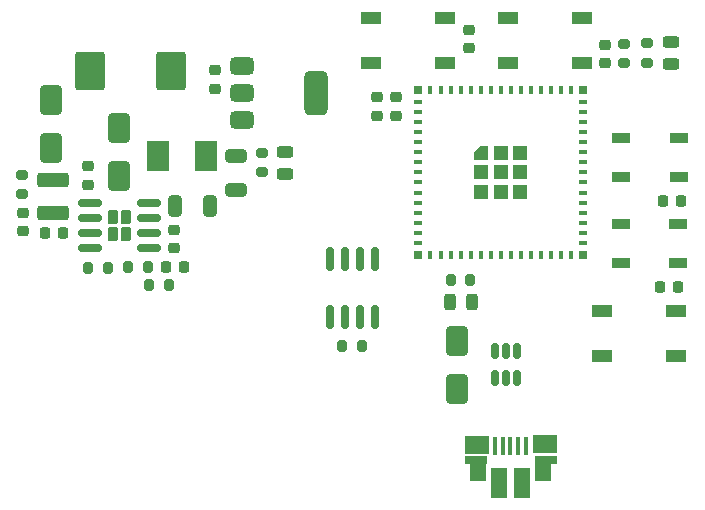
<source format=gbr>
%TF.GenerationSoftware,KiCad,Pcbnew,8.0.5*%
%TF.CreationDate,2024-12-11T15:25:16-08:00*%
%TF.ProjectId,ESP32-Proto,45535033-322d-4507-926f-746f2e6b6963,rev?*%
%TF.SameCoordinates,Original*%
%TF.FileFunction,Paste,Top*%
%TF.FilePolarity,Positive*%
%FSLAX46Y46*%
G04 Gerber Fmt 4.6, Leading zero omitted, Abs format (unit mm)*
G04 Created by KiCad (PCBNEW 8.0.5) date 2024-12-11 15:25:16*
%MOMM*%
%LPD*%
G01*
G04 APERTURE LIST*
G04 Aperture macros list*
%AMRoundRect*
0 Rectangle with rounded corners*
0 $1 Rounding radius*
0 $2 $3 $4 $5 $6 $7 $8 $9 X,Y pos of 4 corners*
0 Add a 4 corners polygon primitive as box body*
4,1,4,$2,$3,$4,$5,$6,$7,$8,$9,$2,$3,0*
0 Add four circle primitives for the rounded corners*
1,1,$1+$1,$2,$3*
1,1,$1+$1,$4,$5*
1,1,$1+$1,$6,$7*
1,1,$1+$1,$8,$9*
0 Add four rect primitives between the rounded corners*
20,1,$1+$1,$2,$3,$4,$5,0*
20,1,$1+$1,$4,$5,$6,$7,0*
20,1,$1+$1,$6,$7,$8,$9,0*
20,1,$1+$1,$8,$9,$2,$3,0*%
%AMFreePoly0*
4,1,6,0.600000,-0.600000,-0.600000,-0.600000,-0.600000,0.000000,0.000000,0.600000,0.600000,0.600000,0.600000,-0.600000,0.600000,-0.600000,$1*%
G04 Aperture macros list end*
%ADD10RoundRect,0.250000X0.325000X0.650000X-0.325000X0.650000X-0.325000X-0.650000X0.325000X-0.650000X0*%
%ADD11RoundRect,0.200000X-0.200000X-0.275000X0.200000X-0.275000X0.200000X0.275000X-0.200000X0.275000X0*%
%ADD12RoundRect,0.243750X-0.243750X-0.456250X0.243750X-0.456250X0.243750X0.456250X-0.243750X0.456250X0*%
%ADD13RoundRect,0.200000X-0.275000X0.200000X-0.275000X-0.200000X0.275000X-0.200000X0.275000X0.200000X0*%
%ADD14RoundRect,0.243750X-0.456250X0.243750X-0.456250X-0.243750X0.456250X-0.243750X0.456250X0.243750X0*%
%ADD15RoundRect,0.375000X-0.625000X-0.375000X0.625000X-0.375000X0.625000X0.375000X-0.625000X0.375000X0*%
%ADD16RoundRect,0.500000X-0.500000X-1.400000X0.500000X-1.400000X0.500000X1.400000X-0.500000X1.400000X0*%
%ADD17R,1.700000X1.000000*%
%ADD18RoundRect,0.250000X-0.650000X1.000000X-0.650000X-1.000000X0.650000X-1.000000X0.650000X1.000000X0*%
%ADD19R,1.900000X2.500000*%
%ADD20RoundRect,0.225000X0.250000X-0.225000X0.250000X0.225000X-0.250000X0.225000X-0.250000X-0.225000X0*%
%ADD21RoundRect,0.200000X0.275000X-0.200000X0.275000X0.200000X-0.275000X0.200000X-0.275000X-0.200000X0*%
%ADD22R,1.500000X0.900000*%
%ADD23RoundRect,0.225000X-0.250000X0.225000X-0.250000X-0.225000X0.250000X-0.225000X0.250000X0.225000X0*%
%ADD24RoundRect,0.200000X0.200000X0.275000X-0.200000X0.275000X-0.200000X-0.275000X0.200000X-0.275000X0*%
%ADD25R,0.400000X1.650000*%
%ADD26R,1.825000X0.700000*%
%ADD27R,2.000000X1.500000*%
%ADD28R,1.350000X2.000000*%
%ADD29R,1.430000X2.500000*%
%ADD30RoundRect,0.250000X0.650000X-1.000000X0.650000X1.000000X-0.650000X1.000000X-0.650000X-1.000000X0*%
%ADD31RoundRect,0.150000X-0.825000X-0.150000X0.825000X-0.150000X0.825000X0.150000X-0.825000X0.150000X0*%
%ADD32RoundRect,0.230000X-0.230000X-0.375000X0.230000X-0.375000X0.230000X0.375000X-0.230000X0.375000X0*%
%ADD33RoundRect,0.250000X-1.075000X0.375000X-1.075000X-0.375000X1.075000X-0.375000X1.075000X0.375000X0*%
%ADD34RoundRect,0.225000X-0.225000X-0.250000X0.225000X-0.250000X0.225000X0.250000X-0.225000X0.250000X0*%
%ADD35RoundRect,0.150000X0.150000X-0.512500X0.150000X0.512500X-0.150000X0.512500X-0.150000X-0.512500X0*%
%ADD36RoundRect,0.250000X1.000000X-1.400000X1.000000X1.400000X-1.000000X1.400000X-1.000000X-1.400000X0*%
%ADD37RoundRect,0.150000X-0.150000X0.825000X-0.150000X-0.825000X0.150000X-0.825000X0.150000X0.825000X0*%
%ADD38R,0.800000X0.800000*%
%ADD39R,1.200000X1.200000*%
%ADD40FreePoly0,0.000000*%
%ADD41R,0.400000X0.800000*%
%ADD42R,0.800000X0.400000*%
%ADD43RoundRect,0.225000X0.225000X0.250000X-0.225000X0.250000X-0.225000X-0.250000X0.225000X-0.250000X0*%
%ADD44RoundRect,0.250000X-0.650000X0.325000X-0.650000X-0.325000X0.650000X-0.325000X0.650000X0.325000X0*%
G04 APERTURE END LIST*
D10*
%TO.C,C11*%
X137100000Y-95925000D03*
X140050000Y-95925000D03*
%TD*%
D11*
%TO.C,R3*%
X131425000Y-101175000D03*
X129775000Y-101175000D03*
%TD*%
D12*
%TO.C,D9*%
X162300000Y-104100000D03*
X160425000Y-104100000D03*
%TD*%
D13*
%TO.C,R7*%
X144500000Y-93100000D03*
X144500000Y-91450000D03*
%TD*%
D14*
%TO.C,D7*%
X146400000Y-93262500D03*
X146400000Y-91387500D03*
%TD*%
D15*
%TO.C,U4*%
X142798000Y-88660000D03*
D16*
X149098000Y-86360000D03*
D15*
X142798000Y-86360000D03*
X142798000Y-84060000D03*
%TD*%
D17*
%TO.C,SW3*%
X173250000Y-104800000D03*
X179550000Y-104800000D03*
X173250000Y-108600000D03*
X179550000Y-108600000D03*
%TD*%
D18*
%TO.C,D6*%
X161000000Y-111400000D03*
X161000000Y-107400000D03*
%TD*%
D19*
%TO.C,L2*%
X139750000Y-91675000D03*
X135650000Y-91675000D03*
%TD*%
D20*
%TO.C,C6*%
X162050000Y-81025000D03*
X162050000Y-82575000D03*
%TD*%
D21*
%TO.C,R8*%
X177100000Y-82175000D03*
X177100000Y-83825000D03*
%TD*%
D22*
%TO.C,D2*%
X174850000Y-100800000D03*
X174850000Y-97500000D03*
X179750000Y-97500000D03*
X179750000Y-100800000D03*
%TD*%
D23*
%TO.C,C8*%
X137050000Y-99500000D03*
X137050000Y-97950000D03*
%TD*%
D20*
%TO.C,C5*%
X154250000Y-86750000D03*
X154250000Y-88300000D03*
%TD*%
D24*
%TO.C,R4*%
X133175000Y-101125000D03*
X134825000Y-101125000D03*
%TD*%
D25*
%TO.C,J3*%
X164220000Y-116250000D03*
X164870000Y-116250000D03*
X165520000Y-116250000D03*
X166170000Y-116250000D03*
X166820000Y-116250000D03*
D26*
X162570000Y-117450000D03*
D27*
X162670000Y-116150000D03*
D28*
X162790000Y-118200000D03*
D29*
X164560000Y-119400000D03*
X166480000Y-119400000D03*
D28*
X168270000Y-118200000D03*
D27*
X168420000Y-116130000D03*
D26*
X168520000Y-117450000D03*
%TD*%
D13*
%TO.C,R2*%
X124200000Y-94950000D03*
X124200000Y-93300000D03*
%TD*%
D30*
%TO.C,D4*%
X126600000Y-87000000D03*
X126600000Y-91000000D03*
%TD*%
D31*
%TO.C,U3*%
X134900000Y-95675000D03*
X134900000Y-96945000D03*
X134900000Y-98215000D03*
X134900000Y-99485000D03*
X129950000Y-99485000D03*
X129950000Y-98215000D03*
X129950000Y-96945000D03*
X129950000Y-95675000D03*
D32*
X132995000Y-98330000D03*
X132995000Y-96830000D03*
X131855000Y-98330000D03*
X131855000Y-96830000D03*
%TD*%
D33*
%TO.C,L1*%
X126800000Y-96525000D03*
X126800000Y-93725000D03*
%TD*%
D20*
%TO.C,C4*%
X155850000Y-86750000D03*
X155850000Y-88300000D03*
%TD*%
%TO.C,C3*%
X173500000Y-82275000D03*
X173500000Y-83825000D03*
%TD*%
D34*
%TO.C,C14*%
X179750000Y-102800000D03*
X178200000Y-102800000D03*
%TD*%
D13*
%TO.C,R1*%
X175150000Y-83875000D03*
X175150000Y-82225000D03*
%TD*%
D20*
%TO.C,C9*%
X129750000Y-92575000D03*
X129750000Y-94125000D03*
%TD*%
D35*
%TO.C,U2*%
X164200000Y-108200000D03*
X165150000Y-108200000D03*
X166100000Y-108200000D03*
X166100000Y-110475000D03*
X165150000Y-110475000D03*
X164200000Y-110475000D03*
%TD*%
D30*
%TO.C,D5*%
X132400000Y-89375000D03*
X132400000Y-93375000D03*
%TD*%
D20*
%TO.C,C13*%
X140500000Y-84450000D03*
X140500000Y-86000000D03*
%TD*%
D36*
%TO.C,D3*%
X136750000Y-84475000D03*
X129950000Y-84475000D03*
%TD*%
D14*
%TO.C,D8*%
X179100000Y-83937500D03*
X179100000Y-82062500D03*
%TD*%
D37*
%TO.C,U5*%
X154050000Y-105350000D03*
X152780000Y-105350000D03*
X151510000Y-105350000D03*
X150240000Y-105350000D03*
X150240000Y-100400000D03*
X151510000Y-100400000D03*
X152780000Y-100400000D03*
X154050000Y-100400000D03*
%TD*%
D38*
%TO.C,U1*%
X171700000Y-86100000D03*
X171700000Y-100100000D03*
X157700000Y-100100000D03*
X157700000Y-86100000D03*
D39*
X166350000Y-94750000D03*
X166350000Y-93100000D03*
X166350000Y-91450000D03*
X164700000Y-94750000D03*
X164700000Y-93100000D03*
X164700000Y-91450000D03*
X163050000Y-94750000D03*
X163050000Y-93100000D03*
D40*
X163050000Y-91450000D03*
D41*
X158750000Y-86100000D03*
X159600000Y-86100000D03*
X160450000Y-86100000D03*
X161300000Y-86100000D03*
X162150000Y-86100000D03*
X163000000Y-86100000D03*
X163850000Y-86100000D03*
X164700000Y-86100000D03*
X165550000Y-86100000D03*
X166400000Y-86100000D03*
X167250000Y-86100000D03*
X168100000Y-86100000D03*
X168950000Y-86100000D03*
X169800000Y-86100000D03*
X170650000Y-86100000D03*
D42*
X171700000Y-87150000D03*
X171700000Y-88000000D03*
X171700000Y-88850000D03*
X171700000Y-89700000D03*
X171700000Y-90550000D03*
X171700000Y-91400000D03*
X171700000Y-92250000D03*
X171700000Y-93100000D03*
X171700000Y-93950000D03*
X171700000Y-94800000D03*
X171700000Y-95650000D03*
X171700000Y-96500000D03*
X171700000Y-97350000D03*
X171700000Y-98200000D03*
X171700000Y-99050000D03*
D41*
X170650000Y-100100000D03*
X169800000Y-100100000D03*
X168950000Y-100100000D03*
X168100000Y-100100000D03*
X167250000Y-100100000D03*
X166400000Y-100100000D03*
X165550000Y-100100000D03*
X164700000Y-100100000D03*
X163850000Y-100100000D03*
X163000000Y-100100000D03*
X162150000Y-100100000D03*
X161300000Y-100100000D03*
X160450000Y-100100000D03*
X159600000Y-100100000D03*
X158750000Y-100100000D03*
D42*
X157700000Y-99050000D03*
X157700000Y-98200000D03*
X157700000Y-97350000D03*
X157700000Y-96500000D03*
X157700000Y-95650000D03*
X157700000Y-94800000D03*
X157700000Y-93950000D03*
X157700000Y-93100000D03*
X157700000Y-92250000D03*
X157700000Y-91400000D03*
X157700000Y-90550000D03*
X157700000Y-89700000D03*
X157700000Y-88850000D03*
X157700000Y-88000000D03*
X157700000Y-87150000D03*
%TD*%
D17*
%TO.C,SW1*%
X165300000Y-80050000D03*
X171600000Y-80050000D03*
X165300000Y-83850000D03*
X171600000Y-83850000D03*
%TD*%
D43*
%TO.C,C15*%
X178450000Y-95500000D03*
X180000000Y-95500000D03*
%TD*%
%TO.C,C7*%
X126100000Y-98225000D03*
X127650000Y-98225000D03*
%TD*%
%TO.C,C10*%
X136350000Y-101075000D03*
X137900000Y-101075000D03*
%TD*%
D22*
%TO.C,D1*%
X174900000Y-93500000D03*
X174900000Y-90200000D03*
X179800000Y-90200000D03*
X179800000Y-93500000D03*
%TD*%
D23*
%TO.C,C1*%
X124250000Y-98050000D03*
X124250000Y-96500000D03*
%TD*%
D17*
%TO.C,SW2*%
X153675000Y-80000000D03*
X159975000Y-80000000D03*
X153675000Y-83800000D03*
X159975000Y-83800000D03*
%TD*%
D11*
%TO.C,R9*%
X162125000Y-102200000D03*
X160475000Y-102200000D03*
%TD*%
D44*
%TO.C,C12*%
X142250000Y-94625000D03*
X142250000Y-91675000D03*
%TD*%
D11*
%TO.C,R6*%
X152945000Y-107825000D03*
X151295000Y-107825000D03*
%TD*%
%TO.C,R5*%
X136600000Y-102625000D03*
X134950000Y-102625000D03*
%TD*%
M02*

</source>
